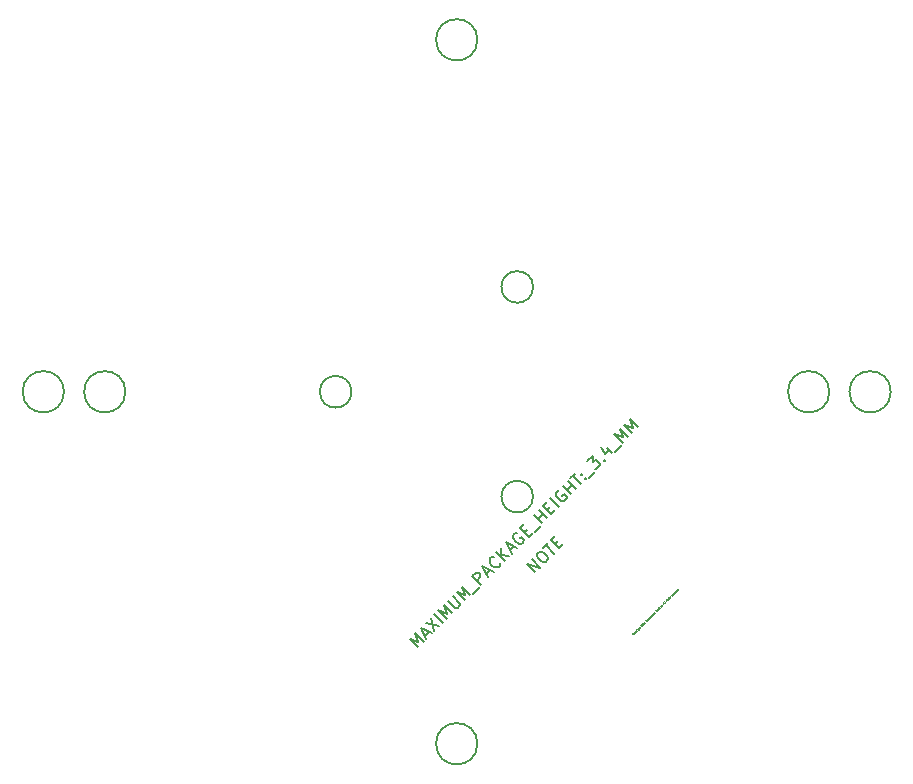
<source format=gbr>
%TF.GenerationSoftware,KiCad,Pcbnew,(6.0.5)*%
%TF.CreationDate,2023-11-29T10:13:34+07:00*%
%TF.ProjectId,view_base,76696577-5f62-4617-9365-2e6b69636164,rev?*%
%TF.SameCoordinates,Original*%
%TF.FileFunction,Other,Comment*%
%FSLAX46Y46*%
G04 Gerber Fmt 4.6, Leading zero omitted, Abs format (unit mm)*
G04 Created by KiCad (PCBNEW (6.0.5)) date 2023-11-29 10:13:34*
%MOMM*%
%LPD*%
G01*
G04 APERTURE LIST*
%ADD10C,0.150000*%
%ADD11C,0.002000*%
G04 APERTURE END LIST*
D10*
%TO.C,J1*%
X96724071Y-121638020D02*
X96016964Y-120930914D01*
X96757743Y-121200288D01*
X96488369Y-120459509D01*
X97195475Y-121166616D01*
X97296491Y-120661540D02*
X97633208Y-120324822D01*
X97431178Y-120930914D02*
X96959773Y-119988105D01*
X97902582Y-120459509D01*
X97363834Y-119584044D02*
X98542345Y-119819746D01*
X97835239Y-119112639D02*
X98070941Y-120291150D01*
X98811719Y-119550372D02*
X98104613Y-118843265D01*
X99148437Y-119213654D02*
X98441330Y-118506548D01*
X99182109Y-118775922D01*
X98912735Y-118035143D01*
X99619841Y-118742250D01*
X99249452Y-117698426D02*
X99821872Y-118270845D01*
X99922887Y-118304517D01*
X99990231Y-118304517D01*
X100091246Y-118270845D01*
X100225933Y-118136158D01*
X100259605Y-118035143D01*
X100259605Y-117967800D01*
X100225933Y-117866784D01*
X99653513Y-117294364D01*
X100697338Y-117664754D02*
X99990231Y-116957647D01*
X100731009Y-117227021D01*
X100461635Y-116486242D01*
X101168742Y-117193349D01*
X101404444Y-117092334D02*
X101943192Y-116553586D01*
X102044208Y-116317884D02*
X101337101Y-115610777D01*
X101606475Y-115341403D01*
X101707490Y-115307731D01*
X101774834Y-115307731D01*
X101875849Y-115341403D01*
X101976864Y-115442418D01*
X102010536Y-115543433D01*
X102010536Y-115610777D01*
X101976864Y-115711792D01*
X101707490Y-115981166D01*
X102515612Y-115442418D02*
X102852330Y-115105701D01*
X102650299Y-115711792D02*
X102178895Y-114768983D01*
X103121704Y-115240388D01*
X103694123Y-114533281D02*
X103694123Y-114600624D01*
X103626780Y-114735311D01*
X103559436Y-114802655D01*
X103424749Y-114869998D01*
X103290062Y-114869998D01*
X103189047Y-114836327D01*
X103020688Y-114735311D01*
X102919673Y-114634296D01*
X102818658Y-114465937D01*
X102784986Y-114364922D01*
X102784986Y-114230235D01*
X102852330Y-114095548D01*
X102919673Y-114028205D01*
X103054360Y-113960861D01*
X103121704Y-113960861D01*
X104064513Y-114297579D02*
X103357406Y-113590472D01*
X104468574Y-113893518D02*
X103761467Y-113792502D01*
X103761467Y-113186411D02*
X103761467Y-113994533D01*
X104535917Y-113422113D02*
X104872635Y-113085396D01*
X104670604Y-113691487D02*
X104199200Y-112748678D01*
X105142009Y-113220083D01*
X105074665Y-111940556D02*
X104973650Y-111974228D01*
X104872635Y-112075243D01*
X104805291Y-112209930D01*
X104805291Y-112344617D01*
X104838963Y-112445632D01*
X104939978Y-112613991D01*
X105040993Y-112715006D01*
X105209352Y-112816022D01*
X105310367Y-112849693D01*
X105445054Y-112849693D01*
X105579741Y-112782350D01*
X105647085Y-112715006D01*
X105714429Y-112580319D01*
X105714428Y-112512976D01*
X105478726Y-112277274D01*
X105344039Y-112411961D01*
X105714429Y-111906884D02*
X105950131Y-111671182D01*
X106421535Y-111940556D02*
X106084818Y-112277274D01*
X105377711Y-111570167D01*
X105714429Y-111233449D01*
X106623566Y-111873212D02*
X107162314Y-111334464D01*
X107263329Y-111098762D02*
X106556222Y-110391655D01*
X106892940Y-110728373D02*
X107297001Y-110324312D01*
X107667390Y-110694701D02*
X106960283Y-109987594D01*
X107633718Y-109987594D02*
X107869421Y-109751892D01*
X108340825Y-110021266D02*
X108004108Y-110357984D01*
X107297001Y-109650877D01*
X107633718Y-109314159D01*
X108643871Y-109718220D02*
X107936764Y-109011114D01*
X108677543Y-108337679D02*
X108576527Y-108371350D01*
X108475512Y-108472366D01*
X108408169Y-108607053D01*
X108408169Y-108741740D01*
X108441840Y-108842755D01*
X108542856Y-109011114D01*
X108643871Y-109112129D01*
X108812230Y-109213144D01*
X108913245Y-109246816D01*
X109047932Y-109246816D01*
X109182619Y-109179472D01*
X109249962Y-109112129D01*
X109317306Y-108977442D01*
X109317306Y-108910098D01*
X109081604Y-108674396D01*
X108946917Y-108809083D01*
X109687695Y-108674396D02*
X108980588Y-107967289D01*
X109317306Y-108304007D02*
X109721367Y-107899946D01*
X110091756Y-108270335D02*
X109384649Y-107563228D01*
X109620352Y-107327526D02*
X110024413Y-106923465D01*
X110529489Y-107832602D02*
X109822382Y-107125496D01*
X110899878Y-107327526D02*
X110967222Y-107327526D01*
X110967222Y-107394870D01*
X110899878Y-107394870D01*
X110899878Y-107327526D01*
X110967222Y-107394870D01*
X110529489Y-106957137D02*
X110596832Y-106957137D01*
X110596832Y-107024480D01*
X110529489Y-107024480D01*
X110529489Y-106957137D01*
X110596832Y-107024480D01*
X111202924Y-107293854D02*
X111741672Y-106755106D01*
X111068237Y-105879641D02*
X111505970Y-105441908D01*
X111539642Y-105946984D01*
X111640657Y-105845969D01*
X111741672Y-105812297D01*
X111809016Y-105812297D01*
X111910031Y-105845969D01*
X112078390Y-106014328D01*
X112112061Y-106115343D01*
X112112061Y-106182686D01*
X112078390Y-106283702D01*
X111876359Y-106485732D01*
X111775344Y-106519404D01*
X111708000Y-106519404D01*
X112448779Y-105778625D02*
X112516122Y-105778625D01*
X112516122Y-105845969D01*
X112448779Y-105845969D01*
X112448779Y-105778625D01*
X112516122Y-105845969D01*
X112684481Y-104734801D02*
X113155886Y-105206206D01*
X112246748Y-104633786D02*
X112583466Y-105307221D01*
X113021199Y-104869488D01*
X113425260Y-105071519D02*
X113964008Y-104532771D01*
X114065023Y-104297068D02*
X113357916Y-103589962D01*
X114098695Y-103859336D01*
X113829321Y-103118557D01*
X114536427Y-103825664D01*
X114873145Y-103488946D02*
X114166038Y-102781840D01*
X114906817Y-103051214D01*
X114637443Y-102310435D01*
X115344549Y-103017542D01*
X106668686Y-115285508D02*
X105961579Y-114578401D01*
X107072747Y-114881447D01*
X106365640Y-114174340D01*
X106837044Y-113702935D02*
X106971731Y-113568248D01*
X107072747Y-113534576D01*
X107207434Y-113534576D01*
X107375792Y-113635592D01*
X107611495Y-113871294D01*
X107712510Y-114039653D01*
X107712510Y-114174340D01*
X107678838Y-114275355D01*
X107544151Y-114410042D01*
X107443136Y-114443714D01*
X107308449Y-114443714D01*
X107140090Y-114342699D01*
X106904388Y-114106996D01*
X106803373Y-113938638D01*
X106803373Y-113803951D01*
X106837044Y-113702935D01*
X107342121Y-113197859D02*
X107746182Y-112793798D01*
X108251258Y-113702935D02*
X107544151Y-112995828D01*
X108318602Y-112894813D02*
X108554304Y-112659111D01*
X109025708Y-112928485D02*
X108688991Y-113265202D01*
X107981884Y-112558096D01*
X108318602Y-112221378D01*
D11*
X114977185Y-120486959D02*
X114977185Y-120495511D01*
X114968633Y-120512616D01*
X114960080Y-120521169D01*
X114942975Y-120529722D01*
X114925869Y-120529722D01*
X114913040Y-120525445D01*
X114891659Y-120512616D01*
X114878830Y-120499787D01*
X114866001Y-120478406D01*
X114861725Y-120465577D01*
X114861725Y-120448472D01*
X114870277Y-120431366D01*
X114878830Y-120422814D01*
X114895935Y-120414261D01*
X114904488Y-120414261D01*
X115037054Y-120444195D02*
X115024225Y-120448472D01*
X115015672Y-120448472D01*
X115002843Y-120444195D01*
X114977185Y-120418538D01*
X114972909Y-120405709D01*
X114972909Y-120397156D01*
X114977185Y-120384327D01*
X114990014Y-120371498D01*
X115002843Y-120367222D01*
X115011396Y-120367222D01*
X115024225Y-120371498D01*
X115049882Y-120397156D01*
X115054159Y-120409985D01*
X115054159Y-120418538D01*
X115049882Y-120431366D01*
X115037054Y-120444195D01*
X115045606Y-120315906D02*
X115135409Y-120405709D01*
X115049882Y-120320182D02*
X115054159Y-120307353D01*
X115071264Y-120290248D01*
X115084093Y-120285972D01*
X115092646Y-120285972D01*
X115105475Y-120290248D01*
X115131132Y-120315906D01*
X115135409Y-120328735D01*
X115135409Y-120337288D01*
X115131132Y-120350117D01*
X115114027Y-120367222D01*
X115101198Y-120371498D01*
X115118303Y-120243209D02*
X115199553Y-120281696D01*
X115161067Y-120200446D02*
X115199553Y-120281696D01*
X115212382Y-120311630D01*
X115212382Y-120320182D01*
X115208106Y-120333011D01*
X115255145Y-120226103D02*
X115195277Y-120166235D01*
X115212382Y-120183340D02*
X115208106Y-120170511D01*
X115208106Y-120161959D01*
X115212382Y-120149130D01*
X115220935Y-120140577D01*
X115310738Y-120170511D02*
X115250869Y-120110643D01*
X115220935Y-120080709D02*
X115220935Y-120089261D01*
X115229488Y-120089261D01*
X115229488Y-120080709D01*
X115220935Y-120080709D01*
X115229488Y-120089261D01*
X115332119Y-120029393D02*
X115404816Y-120102090D01*
X115409093Y-120114919D01*
X115409093Y-120123472D01*
X115404816Y-120136301D01*
X115391987Y-120149130D01*
X115379159Y-120153406D01*
X115387711Y-120084985D02*
X115383435Y-120097814D01*
X115366330Y-120114919D01*
X115353501Y-120119196D01*
X115344948Y-120119196D01*
X115332119Y-120114919D01*
X115306461Y-120089261D01*
X115302185Y-120076433D01*
X115302185Y-120067880D01*
X115306461Y-120055051D01*
X115323566Y-120037946D01*
X115336395Y-120033669D01*
X115434751Y-120046498D02*
X115344948Y-119956696D01*
X115473237Y-120008012D02*
X115426198Y-119960972D01*
X115413369Y-119956696D01*
X115400540Y-119960972D01*
X115387711Y-119973801D01*
X115383435Y-119986630D01*
X115383435Y-119995183D01*
X115443303Y-119918209D02*
X115477514Y-119883998D01*
X115426198Y-119875446D02*
X115503172Y-119952419D01*
X115516001Y-119956696D01*
X115528829Y-119952419D01*
X115537382Y-119943867D01*
X115550211Y-119768538D02*
X115550211Y-119759985D01*
X115554487Y-119747156D01*
X115575869Y-119725775D01*
X115588698Y-119721499D01*
X115597250Y-119721499D01*
X115610079Y-119725775D01*
X115618632Y-119734328D01*
X115627185Y-119751433D01*
X115627185Y-119854064D01*
X115682777Y-119798472D01*
X115648566Y-119653078D02*
X115657119Y-119644525D01*
X115669948Y-119640249D01*
X115678500Y-119640249D01*
X115691329Y-119644525D01*
X115712711Y-119657354D01*
X115734092Y-119678735D01*
X115746921Y-119700117D01*
X115751198Y-119712946D01*
X115751198Y-119721499D01*
X115746921Y-119734328D01*
X115738369Y-119742880D01*
X115725540Y-119747156D01*
X115716987Y-119747156D01*
X115704158Y-119742880D01*
X115682777Y-119730051D01*
X115661395Y-119708670D01*
X115648566Y-119687288D01*
X115644290Y-119674459D01*
X115644290Y-119665907D01*
X115648566Y-119653078D01*
X115721264Y-119597486D02*
X115721264Y-119588933D01*
X115725540Y-119576104D01*
X115746921Y-119554722D01*
X115759750Y-119550446D01*
X115768303Y-119550446D01*
X115781132Y-119554722D01*
X115789685Y-119563275D01*
X115798237Y-119580380D01*
X115798237Y-119683012D01*
X115853829Y-119627420D01*
X115939355Y-119541893D02*
X115888040Y-119593209D01*
X115913698Y-119567551D02*
X115823895Y-119477749D01*
X115828171Y-119499130D01*
X115828171Y-119516236D01*
X115823895Y-119529065D01*
X116016329Y-119413604D02*
X116059092Y-119370841D01*
X116033434Y-119447815D02*
X115973566Y-119328078D01*
X116093303Y-119387946D01*
X116157447Y-119315249D02*
X116153171Y-119328078D01*
X116136066Y-119345183D01*
X116123237Y-119349459D01*
X116114684Y-119349459D01*
X116101855Y-119345183D01*
X116076197Y-119319525D01*
X116071921Y-119306696D01*
X116071921Y-119298144D01*
X116076197Y-119285315D01*
X116093303Y-119268209D01*
X116106132Y-119263933D01*
X116234421Y-119238275D02*
X116230145Y-119251104D01*
X116213039Y-119268209D01*
X116200211Y-119272486D01*
X116191658Y-119272486D01*
X116178829Y-119268209D01*
X116153171Y-119242552D01*
X116148895Y-119229723D01*
X116148895Y-119221170D01*
X116153171Y-119208341D01*
X116170276Y-119191236D01*
X116183105Y-119186960D01*
X116307118Y-119165578D02*
X116302842Y-119178407D01*
X116285737Y-119195512D01*
X116272908Y-119199788D01*
X116260079Y-119195512D01*
X116225868Y-119161302D01*
X116221592Y-119148473D01*
X116225868Y-119135644D01*
X116242974Y-119118539D01*
X116255803Y-119114262D01*
X116268632Y-119118539D01*
X116277184Y-119127091D01*
X116242974Y-119178407D01*
X116366987Y-119114262D02*
X116354158Y-119118539D01*
X116341329Y-119114262D01*
X116264355Y-119037289D01*
X116431131Y-119041565D02*
X116426855Y-119054394D01*
X116409750Y-119071499D01*
X116396921Y-119075775D01*
X116384092Y-119071499D01*
X116349881Y-119037289D01*
X116345605Y-119024460D01*
X116349881Y-119011631D01*
X116366987Y-118994525D01*
X116379816Y-118990249D01*
X116392645Y-118994525D01*
X116401197Y-119003078D01*
X116366987Y-119054394D01*
X116478171Y-119003078D02*
X116418302Y-118943210D01*
X116435408Y-118960315D02*
X116431131Y-118947486D01*
X116431131Y-118938933D01*
X116435408Y-118926104D01*
X116443960Y-118917552D01*
X116572250Y-118908999D02*
X116525210Y-118861960D01*
X116512381Y-118857683D01*
X116499552Y-118861960D01*
X116482447Y-118879065D01*
X116478171Y-118891894D01*
X116567973Y-118904723D02*
X116563697Y-118917552D01*
X116542316Y-118938933D01*
X116529487Y-118943210D01*
X116516658Y-118938933D01*
X116508105Y-118930381D01*
X116503829Y-118917552D01*
X116508105Y-118904723D01*
X116529487Y-118883341D01*
X116533763Y-118870512D01*
X116542316Y-118819197D02*
X116576526Y-118784986D01*
X116525210Y-118776434D02*
X116602184Y-118853407D01*
X116615013Y-118857683D01*
X116627842Y-118853407D01*
X116636394Y-118844855D01*
X116696263Y-118776434D02*
X116691986Y-118789262D01*
X116674881Y-118806368D01*
X116662052Y-118810644D01*
X116649223Y-118806368D01*
X116615013Y-118772157D01*
X116610737Y-118759328D01*
X116615013Y-118746499D01*
X116632118Y-118729394D01*
X116644947Y-118725118D01*
X116657776Y-118729394D01*
X116666329Y-118737947D01*
X116632118Y-118789262D01*
X116781789Y-118699460D02*
X116691986Y-118609657D01*
X116777513Y-118695184D02*
X116773236Y-118708013D01*
X116756131Y-118725118D01*
X116743302Y-118729394D01*
X116734750Y-118729394D01*
X116721921Y-118725118D01*
X116696263Y-118699460D01*
X116691986Y-118686631D01*
X116691986Y-118678078D01*
X116696263Y-118665249D01*
X116713368Y-118648144D01*
X116726197Y-118643868D01*
X116892973Y-118588276D02*
X116803171Y-118498473D01*
X116824552Y-118477092D01*
X116841657Y-118468539D01*
X116858763Y-118468539D01*
X116871592Y-118472815D01*
X116892973Y-118485644D01*
X116905802Y-118498473D01*
X116918631Y-118519855D01*
X116922907Y-118532684D01*
X116922907Y-118549789D01*
X116914355Y-118566894D01*
X116892973Y-118588276D01*
X117012710Y-118459986D02*
X117008434Y-118472815D01*
X116991328Y-118489921D01*
X116978499Y-118494197D01*
X116965670Y-118489921D01*
X116931460Y-118455710D01*
X116927184Y-118442881D01*
X116931460Y-118430052D01*
X116948565Y-118412947D01*
X116961394Y-118408671D01*
X116974223Y-118412947D01*
X116982776Y-118421500D01*
X116948565Y-118472815D01*
X117051197Y-118421500D02*
X117064026Y-118417223D01*
X117081131Y-118400118D01*
X117085407Y-118387289D01*
X117081131Y-118374460D01*
X117076855Y-118370184D01*
X117064026Y-118365908D01*
X117051197Y-118370184D01*
X117038368Y-118383013D01*
X117025539Y-118387289D01*
X117012710Y-118383013D01*
X117008434Y-118378737D01*
X117004157Y-118365908D01*
X117008434Y-118353079D01*
X117021262Y-118340250D01*
X117034091Y-118335973D01*
X117132447Y-118348802D02*
X117072578Y-118288934D01*
X117042644Y-118259000D02*
X117042644Y-118267552D01*
X117051197Y-118267552D01*
X117051197Y-118259000D01*
X117042644Y-118259000D01*
X117051197Y-118267552D01*
X117153828Y-118207684D02*
X117226525Y-118280381D01*
X117230802Y-118293210D01*
X117230802Y-118301763D01*
X117226525Y-118314592D01*
X117213697Y-118327421D01*
X117200868Y-118331697D01*
X117209420Y-118263276D02*
X117205144Y-118276105D01*
X117188039Y-118293210D01*
X117175210Y-118297487D01*
X117166657Y-118297487D01*
X117153828Y-118293210D01*
X117128170Y-118267552D01*
X117123894Y-118254723D01*
X117123894Y-118246171D01*
X117128170Y-118233342D01*
X117145276Y-118216237D01*
X117158104Y-118211960D01*
X117196591Y-118164921D02*
X117256460Y-118224789D01*
X117205144Y-118173474D02*
X117205144Y-118164921D01*
X117209420Y-118152092D01*
X117222249Y-118139263D01*
X117235078Y-118134987D01*
X117247907Y-118139263D01*
X117294946Y-118186302D01*
X117329157Y-118143539D02*
X117341986Y-118139263D01*
X117359091Y-118122158D01*
X117363367Y-118109329D01*
X117359091Y-118096500D01*
X117354815Y-118092224D01*
X117341986Y-118087947D01*
X117329157Y-118092224D01*
X117316328Y-118105053D01*
X117303499Y-118109329D01*
X117290670Y-118105053D01*
X117286394Y-118100776D01*
X117282118Y-118087947D01*
X117286394Y-118075118D01*
X117299223Y-118062289D01*
X117312052Y-118058013D01*
X117401854Y-118062289D02*
X117410407Y-118062289D01*
X117410407Y-118070842D01*
X117401854Y-118070842D01*
X117401854Y-118062289D01*
X117410407Y-118070842D01*
X117491657Y-117938276D02*
X117534420Y-117895513D01*
X117508762Y-117972487D02*
X117448894Y-117852750D01*
X117568630Y-117912618D01*
X117611394Y-117869855D02*
X117598565Y-117874132D01*
X117585736Y-117869855D01*
X117508762Y-117792882D01*
X117658433Y-117822816D02*
X117645604Y-117827092D01*
X117632775Y-117822816D01*
X117555802Y-117745842D01*
X117761065Y-117720184D02*
X117701196Y-117660316D01*
X117718301Y-117677421D02*
X117714025Y-117664592D01*
X117714025Y-117656040D01*
X117718301Y-117643211D01*
X117726854Y-117634658D01*
X117816657Y-117664592D02*
X117756788Y-117604724D01*
X117726854Y-117574790D02*
X117726854Y-117583342D01*
X117735407Y-117583342D01*
X117735407Y-117574790D01*
X117726854Y-117574790D01*
X117735407Y-117583342D01*
X117838038Y-117523474D02*
X117910735Y-117596171D01*
X117915012Y-117609000D01*
X117915012Y-117617553D01*
X117910735Y-117630382D01*
X117897907Y-117643211D01*
X117885078Y-117647487D01*
X117893630Y-117579066D02*
X117889354Y-117591895D01*
X117872249Y-117609000D01*
X117859420Y-117613277D01*
X117850867Y-117613277D01*
X117838038Y-117609000D01*
X117812380Y-117583342D01*
X117808104Y-117570513D01*
X117808104Y-117561961D01*
X117812380Y-117549132D01*
X117829486Y-117532027D01*
X117842314Y-117527750D01*
X117940670Y-117540579D02*
X117850867Y-117450777D01*
X117979156Y-117502092D02*
X117932117Y-117455053D01*
X117919288Y-117450777D01*
X117906459Y-117455053D01*
X117893630Y-117467882D01*
X117889354Y-117480711D01*
X117889354Y-117489264D01*
X117949222Y-117412290D02*
X117983433Y-117378079D01*
X117932117Y-117369527D02*
X118009091Y-117446500D01*
X118021920Y-117450777D01*
X118034749Y-117446500D01*
X118043301Y-117437948D01*
X118064683Y-117408014D02*
X118077512Y-117403737D01*
X118094617Y-117386632D01*
X118098893Y-117373803D01*
X118094617Y-117360974D01*
X118090341Y-117356698D01*
X118077512Y-117352422D01*
X118064683Y-117356698D01*
X118051854Y-117369527D01*
X118039025Y-117373803D01*
X118026196Y-117369527D01*
X118021920Y-117365250D01*
X118017643Y-117352422D01*
X118021920Y-117339593D01*
X118034749Y-117326764D01*
X118047577Y-117322487D01*
X118214354Y-117266895D02*
X118154485Y-117207027D01*
X118171591Y-117224132D02*
X118167314Y-117211303D01*
X118167314Y-117202751D01*
X118171591Y-117189922D01*
X118180143Y-117181369D01*
X118299880Y-117172816D02*
X118295604Y-117185645D01*
X118278498Y-117202751D01*
X118265669Y-117207027D01*
X118252840Y-117202751D01*
X118218630Y-117168540D01*
X118214354Y-117155711D01*
X118218630Y-117142882D01*
X118235735Y-117125777D01*
X118248564Y-117121501D01*
X118261393Y-117125777D01*
X118269946Y-117134330D01*
X118235735Y-117185645D01*
X118338367Y-117134330D02*
X118351196Y-117130053D01*
X118368301Y-117112948D01*
X118372577Y-117100119D01*
X118368301Y-117087290D01*
X118364025Y-117083014D01*
X118351196Y-117078738D01*
X118338367Y-117083014D01*
X118325538Y-117095843D01*
X118312709Y-117100119D01*
X118299880Y-117095843D01*
X118295604Y-117091566D01*
X118291327Y-117078738D01*
X118295604Y-117065909D01*
X118308433Y-117053080D01*
X118321261Y-117048803D01*
X118449551Y-117023145D02*
X118445275Y-117035974D01*
X118428169Y-117053080D01*
X118415340Y-117057356D01*
X118402511Y-117053080D01*
X118368301Y-117018869D01*
X118364025Y-117006040D01*
X118368301Y-116993211D01*
X118385406Y-116976106D01*
X118398235Y-116971830D01*
X118411064Y-116976106D01*
X118419617Y-116984659D01*
X118385406Y-117035974D01*
X118496590Y-116984659D02*
X118436722Y-116924790D01*
X118453827Y-116941896D02*
X118449551Y-116929067D01*
X118449551Y-116920514D01*
X118453827Y-116907685D01*
X118462380Y-116899132D01*
X118483761Y-116877751D02*
X118565011Y-116916238D01*
X118526524Y-116834988D01*
X118650538Y-116822159D02*
X118646261Y-116834988D01*
X118629156Y-116852093D01*
X118616327Y-116856369D01*
X118603498Y-116852093D01*
X118569288Y-116817882D01*
X118565011Y-116805054D01*
X118569288Y-116792225D01*
X118586393Y-116775119D01*
X118599222Y-116770843D01*
X118612051Y-116775119D01*
X118620603Y-116783672D01*
X118586393Y-116834988D01*
X118736064Y-116745185D02*
X118646261Y-116655383D01*
X118731787Y-116740909D02*
X118727511Y-116753738D01*
X118710406Y-116770843D01*
X118697577Y-116775119D01*
X118689024Y-116775119D01*
X118676195Y-116770843D01*
X118650538Y-116745185D01*
X118646261Y-116732356D01*
X118646261Y-116723804D01*
X118650538Y-116710975D01*
X118667643Y-116693869D01*
X118680472Y-116689593D01*
X118770274Y-116693869D02*
X118778827Y-116693869D01*
X118778827Y-116702422D01*
X118770274Y-116702422D01*
X118770274Y-116693869D01*
X118778827Y-116702422D01*
D10*
%TO.C,H3*%
X106465400Y-91122500D02*
G75*
G03*
X106465400Y-91122500I-1340000J0D01*
G01*
%TO.C,H1*%
X106465400Y-108877500D02*
G75*
G03*
X106465400Y-108877500I-1340000J0D01*
G01*
%TO.C,H2*%
X91089100Y-100000000D02*
G75*
G03*
X91089100Y-100000000I-1340000J0D01*
G01*
%TO.C,H4*%
X101750000Y-129800000D02*
G75*
G03*
X101750000Y-129800000I-1750000J0D01*
G01*
%TO.C,H5*%
X71950000Y-100000000D02*
G75*
G03*
X71950000Y-100000000I-1750000J0D01*
G01*
%TO.C,H6*%
X101750000Y-70200000D02*
G75*
G03*
X101750000Y-70200000I-1750000J0D01*
G01*
%TO.C,H7*%
X131550000Y-100000000D02*
G75*
G03*
X131550000Y-100000000I-1750000J0D01*
G01*
%TO.C,H8*%
X136750000Y-100000000D02*
G75*
G03*
X136750000Y-100000000I-1750000J0D01*
G01*
%TO.C,H9*%
X66750000Y-100000000D02*
G75*
G03*
X66750000Y-100000000I-1750000J0D01*
G01*
%TD*%
M02*

</source>
